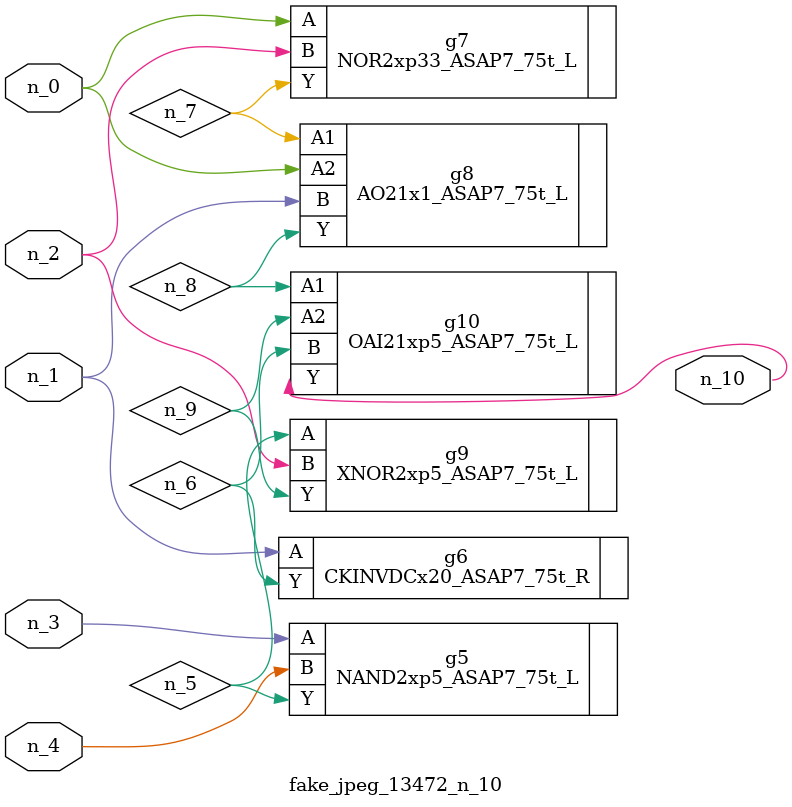
<source format=v>
module fake_jpeg_13472_n_10 (n_3, n_2, n_1, n_0, n_4, n_10);

input n_3;
input n_2;
input n_1;
input n_0;
input n_4;

output n_10;

wire n_8;
wire n_9;
wire n_6;
wire n_5;
wire n_7;

NAND2xp5_ASAP7_75t_L g5 ( 
.A(n_3),
.B(n_4),
.Y(n_5)
);

CKINVDCx20_ASAP7_75t_R g6 ( 
.A(n_1),
.Y(n_6)
);

NOR2xp33_ASAP7_75t_L g7 ( 
.A(n_0),
.B(n_2),
.Y(n_7)
);

AO21x1_ASAP7_75t_L g8 ( 
.A1(n_7),
.A2(n_0),
.B(n_1),
.Y(n_8)
);

OAI21xp5_ASAP7_75t_L g10 ( 
.A1(n_8),
.A2(n_9),
.B(n_6),
.Y(n_10)
);

XNOR2xp5_ASAP7_75t_L g9 ( 
.A(n_5),
.B(n_2),
.Y(n_9)
);


endmodule
</source>
